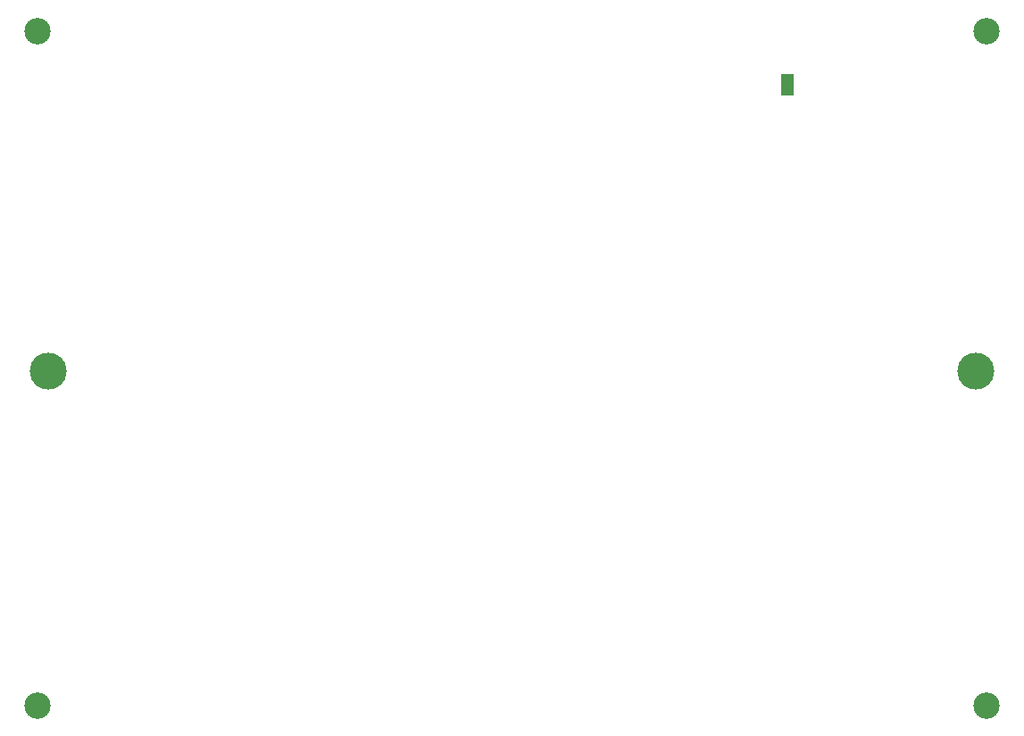
<source format=gbr>
%TF.GenerationSoftware,KiCad,Pcbnew,5.1.9-73d0e3b20d~88~ubuntu20.04.1*%
%TF.CreationDate,2021-02-23T12:37:05-08:00*%
%TF.ProjectId,cover_50x50,636f7665-725f-4353-9078-35302e6b6963,rev?*%
%TF.SameCoordinates,Original*%
%TF.FileFunction,Soldermask,Top*%
%TF.FilePolarity,Negative*%
%FSLAX46Y46*%
G04 Gerber Fmt 4.6, Leading zero omitted, Abs format (unit mm)*
G04 Created by KiCad (PCBNEW 5.1.9-73d0e3b20d~88~ubuntu20.04.1) date 2021-02-23 12:37:05*
%MOMM*%
%LPD*%
G01*
G04 APERTURE LIST*
%ADD10C,3.500000*%
%ADD11R,1.200000X2.000000*%
%ADD12C,2.500000*%
G04 APERTURE END LIST*
D10*
%TO.C,H6*%
X120750000Y-90250000D03*
%TD*%
%TO.C,H5*%
X208750000Y-90250000D03*
%TD*%
D11*
%TO.C,J1*%
X190900000Y-63100000D03*
%TD*%
D12*
%TO.C,H4*%
X209750000Y-122000000D03*
%TD*%
%TO.C,H3*%
X119750000Y-58000000D03*
%TD*%
%TO.C,H2*%
X119750000Y-122000000D03*
%TD*%
%TO.C,H1*%
X209750000Y-58000000D03*
%TD*%
M02*

</source>
